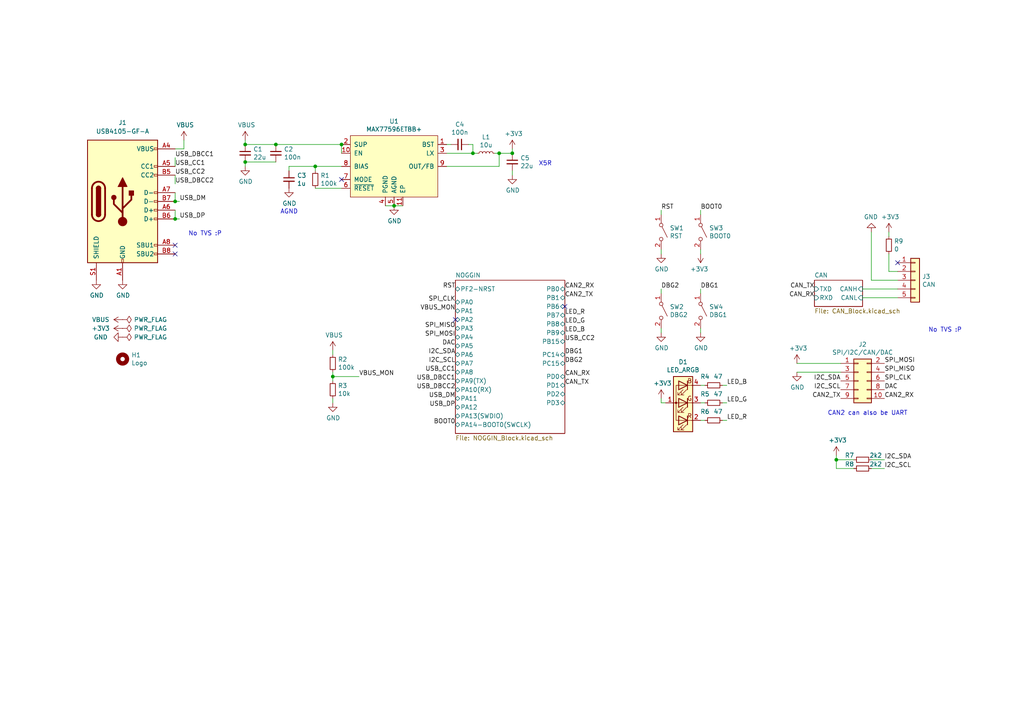
<source format=kicad_sch>
(kicad_sch (version 20230121) (generator eeschema)
  (paper "A4")
  (lib_symbols
    (symbol "Connector:USB_C_Receptacle_USB2.0" (pin_names (offset 1.016))
      (property "Reference" "J" (at -10.16 19.05 0))
      (property "Value" "USB_C_Receptacle_USB2.0" (at 19.05 19.05 0))
      (symbol "USB_C_Receptacle_USB2.0_0_0"
        (rectangle (start -0.254 -17.78) (end 0.254 -16.764))
        (rectangle (start 10.16 -14.986) (end 9.144 -15.494))
        (rectangle (start 10.16 -12.446) (end 9.144 -12.954))
        (rectangle (start 10.16 -4.826) (end 9.144 -5.334))
        (rectangle (start 10.16 -2.286) (end 9.144 -2.794))
        (rectangle (start 10.16 0.254) (end 9.144 -0.254))
        (rectangle (start 10.16 2.794) (end 9.144 2.286))
        (rectangle (start 10.16 7.874) (end 9.144 7.366))
        (rectangle (start 10.16 10.414) (end 9.144 9.906))
        (rectangle (start 10.16 15.494) (end 9.144 14.986))
      )
      (symbol "USB_C_Receptacle_USB2.0_0_1"
        (rectangle (start -10.16 17.78) (end 10.16 -17.78) (stroke (width 0.254)) (fill (type background)))
        (arc (start -8.89 -3.81) (mid -6.985 -5.7067) (end -5.08 -3.81) (stroke (width 0.508)))
        (arc (start -7.62 -3.81) (mid -6.985 -4.4423) (end -6.35 -3.81) (stroke (width 0.254)))
        (arc (start -7.62 -3.81) (mid -6.985 -4.4423) (end -6.35 -3.81) (stroke (width 0.254)) (fill (type outline)))
        (rectangle (start -7.62 -3.81) (end -6.35 3.81) (stroke (width 0.254)) (fill (type outline)))
        (arc (start -6.35 3.81) (mid -6.985 4.4423) (end -7.62 3.81) (stroke (width 0.254)))
        (arc (start -6.35 3.81) (mid -6.985 4.4423) (end -7.62 3.81) (stroke (width 0.254)) (fill (type outline)))
        (arc (start -5.08 3.81) (mid -6.985 5.7067) (end -8.89 3.81) (stroke (width 0.508)))
        (circle (center -2.54 1.143) (radius 0.635) (stroke (width 0.254)) (fill (type outline)))
        (circle (center 0 -5.842) (radius 1.27) (fill (type outline)))
        (polyline (pts (xy -8.89 -3.81) (xy -8.89 3.81)) (stroke (width 0.508)))
        (polyline (pts (xy -5.08 3.81) (xy -5.08 -3.81)) (stroke (width 0.508)))
        (polyline (pts (xy 0 -5.842) (xy 0 4.318)) (stroke (width 0.508)))
        (polyline (pts (xy 0 -3.302) (xy -2.54 -0.762) (xy -2.54 0.508)) (stroke (width 0.508)))
        (polyline (pts (xy 0 -2.032) (xy 2.54 0.508) (xy 2.54 1.778)) (stroke (width 0.508)))
        (polyline (pts (xy -1.27 4.318) (xy 0 6.858) (xy 1.27 4.318) (xy -1.27 4.318)) (stroke (width 0.254)) (fill (type outline)))
        (rectangle (start 1.905 1.778) (end 3.175 3.048) (stroke (width 0.254)) (fill (type outline)))
      )
      (symbol "USB_C_Receptacle_USB2.0_1_1"
        (pin passive line (at 0 -22.86 90) (length 5.08) (name "GND") (number "A1"))
        (pin passive line (at 0 -22.86 90) (length 5.08) hide (name "GND") (number "A12"))
        (pin passive line (at 15.24 15.24 180) (length 5.08) (name "VBUS") (number "A4"))
        (pin bidirectional line (at 15.24 10.16 180) (length 5.08) (name "CC1") (number "A5"))
        (pin bidirectional line (at 15.24 -2.54 180) (length 5.08) (name "D+") (number "A6"))
        (pin bidirectional line (at 15.24 2.54 180) (length 5.08) (name "D-") (number "A7"))
        (pin bidirectional line (at 15.24 -12.7 180) (length 5.08) (name "SBU1") (number "A8"))
        (pin passive line (at 15.24 15.24 180) (length 5.08) hide (name "VBUS") (number "A9"))
        (pin passive line (at 0 -22.86 90) (length 5.08) hide (name "GND") (number "B1"))
        (pin passive line (at 0 -22.86 90) (length 5.08) hide (name "GND") (number "B12"))
        (pin passive line (at 15.24 15.24 180) (length 5.08) hide (name "VBUS") (number "B4"))
        (pin bidirectional line (at 15.24 7.62 180) (length 5.08) (name "CC2") (number "B5"))
        (pin bidirectional line (at 15.24 -5.08 180) (length 5.08) (name "D+") (number "B6"))
        (pin bidirectional line (at 15.24 0 180) (length 5.08) (name "D-") (number "B7"))
        (pin bidirectional line (at 15.24 -15.24 180) (length 5.08) (name "SBU2") (number "B8"))
        (pin passive line (at 15.24 15.24 180) (length 5.08) hide (name "VBUS") (number "B9"))
        (pin passive line (at -7.62 -22.86 90) (length 5.08) (name "SHIELD") (number "S1"))
      )
    )
    (symbol "Connector_Generic:Conn_01x05" (pin_names (offset 1.016) hide)
      (property "Reference" "J" (at 0 7.62 0))
      (property "Value" "Conn_01x05" (at 0 -7.62 0))
      (symbol "Conn_01x05_1_1"
        (rectangle (start -1.27 -4.953) (end 0 -5.207) (stroke (width 0.1524)))
        (rectangle (start -1.27 -2.413) (end 0 -2.667) (stroke (width 0.1524)))
        (rectangle (start -1.27 0.127) (end 0 -0.127) (stroke (width 0.1524)))
        (rectangle (start -1.27 2.667) (end 0 2.413) (stroke (width 0.1524)))
        (rectangle (start -1.27 5.207) (end 0 4.953) (stroke (width 0.1524)))
        (rectangle (start -1.27 6.35) (end 1.27 -6.35) (stroke (width 0.254)) (fill (type background)))
        (pin passive line (at -5.08 5.08 0) (length 3.81) (name "Pin_1") (number "1"))
        (pin passive line (at -5.08 2.54 0) (length 3.81) (name "Pin_2") (number "2"))
        (pin passive line (at -5.08 0 0) (length 3.81) (name "Pin_3") (number "3"))
        (pin passive line (at -5.08 -2.54 0) (length 3.81) (name "Pin_4") (number "4"))
        (pin passive line (at -5.08 -5.08 0) (length 3.81) (name "Pin_5") (number "5"))
      )
    )
    (symbol "Connector_Generic:Conn_02x05_Odd_Even" (pin_names (offset 1.016) hide)
      (property "Reference" "J" (at 1.27 7.62 0))
      (property "Value" "Conn_02x05_Odd_Even" (at 1.27 -7.62 0))
      (symbol "Conn_02x05_Odd_Even_1_1"
        (rectangle (start -1.27 -4.953) (end 0 -5.207) (stroke (width 0.1524)))
        (rectangle (start -1.27 -2.413) (end 0 -2.667) (stroke (width 0.1524)))
        (rectangle (start -1.27 0.127) (end 0 -0.127) (stroke (width 0.1524)))
        (rectangle (start -1.27 2.667) (end 0 2.413) (stroke (width 0.1524)))
        (rectangle (start -1.27 5.207) (end 0 4.953) (stroke (width 0.1524)))
        (rectangle (start -1.27 6.35) (end 3.81 -6.35) (stroke (width 0.254)) (fill (type background)))
        (rectangle (start 3.81 -4.953) (end 2.54 -5.207) (stroke (width 0.1524)))
        (rectangle (start 3.81 -2.413) (end 2.54 -2.667) (stroke (width 0.1524)))
        (rectangle (start 3.81 0.127) (end 2.54 -0.127) (stroke (width 0.1524)))
        (rectangle (start 3.81 2.667) (end 2.54 2.413) (stroke (width 0.1524)))
        (rectangle (start 3.81 5.207) (end 2.54 4.953) (stroke (width 0.1524)))
        (pin passive line (at -5.08 5.08 0) (length 3.81) (name "Pin_1") (number "1"))
        (pin passive line (at 7.62 -5.08 180) (length 3.81) (name "Pin_10") (number "10"))
        (pin passive line (at 7.62 5.08 180) (length 3.81) (name "Pin_2") (number "2"))
        (pin passive line (at -5.08 2.54 0) (length 3.81) (name "Pin_3") (number "3"))
        (pin passive line (at 7.62 2.54 180) (length 3.81) (name "Pin_4") (number "4"))
        (pin passive line (at -5.08 0 0) (length 3.81) (name "Pin_5") (number "5"))
        (pin passive line (at 7.62 0 180) (length 3.81) (name "Pin_6") (number "6"))
        (pin passive line (at -5.08 -2.54 0) (length 3.81) (name "Pin_7") (number "7"))
        (pin passive line (at 7.62 -2.54 180) (length 3.81) (name "Pin_8") (number "8"))
        (pin passive line (at -5.08 -5.08 0) (length 3.81) (name "Pin_9") (number "9"))
      )
    )
    (symbol "Device:C_Small" (pin_numbers hide) (pin_names (offset 0.254) hide)
      (property "Reference" "C" (at 0.254 1.778 0))
      (property "Value" "C_Small" (at 0.254 -2.032 0))
      (symbol "C_Small_0_1"
        (polyline (pts (xy -1.524 -0.508) (xy 1.524 -0.508)) (stroke (width 0.3302)))
        (polyline (pts (xy -1.524 0.508) (xy 1.524 0.508)) (stroke (width 0.3048)))
      )
      (symbol "C_Small_1_1"
        (pin passive line (at 0 2.54 270) (length 2.032) (name "~") (number "1"))
        (pin passive line (at 0 -2.54 90) (length 2.032) (name "~") (number "2"))
      )
    )
    (symbol "Device:LED_ARGB" (pin_names (offset 0) hide)
      (property "Reference" "D" (at 0 9.398 0))
      (property "Value" "LED_ARGB" (at 0 -8.89 0))
      (symbol "LED_ARGB_0_0"
        (text "B" (at -1.905 -6.35 0) (effects (font (size 1.27 1.27))))
        (text "G" (at -1.905 -1.27 0) (effects (font (size 1.27 1.27))))
        (text "R" (at -1.905 3.81 0) (effects (font (size 1.27 1.27))))
      )
      (symbol "LED_ARGB_0_1"
        (polyline (pts (xy -1.27 -5.08) (xy -2.54 -5.08)))
        (polyline (pts (xy -1.27 -5.08) (xy 1.27 -5.08)))
        (polyline (pts (xy -1.27 -3.81) (xy -1.27 -6.35)) (stroke (width 0.254)))
        (polyline (pts (xy -1.27 0) (xy -2.54 0)))
        (polyline (pts (xy -1.27 1.27) (xy -1.27 -1.27)) (stroke (width 0.254)))
        (polyline (pts (xy -1.27 5.08) (xy -2.54 5.08)))
        (polyline (pts (xy -1.27 5.08) (xy 1.27 5.08)))
        (polyline (pts (xy -1.27 6.35) (xy -1.27 3.81)) (stroke (width 0.254)))
        (polyline (pts (xy 1.27 0) (xy -1.27 0)))
        (polyline (pts (xy 1.27 0) (xy 2.54 0)))
        (polyline (pts (xy -1.27 1.27) (xy -1.27 -1.27) (xy -1.27 -1.27)))
        (polyline (pts (xy -1.27 6.35) (xy -1.27 3.81) (xy -1.27 3.81)))
        (polyline (pts (xy 1.27 -5.08) (xy 2.032 -5.08) (xy 2.032 5.08) (xy 1.27 5.08)))
        (polyline (pts (xy 1.27 -3.81) (xy 1.27 -6.35) (xy -1.27 -5.08) (xy 1.27 -3.81)) (stroke (width 0.254)))
        (polyline (pts (xy 1.27 1.27) (xy 1.27 -1.27) (xy -1.27 0) (xy 1.27 1.27)) (stroke (width 0.254)))
        (polyline (pts (xy 1.27 6.35) (xy 1.27 3.81) (xy -1.27 5.08) (xy 1.27 6.35)) (stroke (width 0.254)))
        (polyline (pts (xy -1.016 -3.81) (xy 0.508 -2.286) (xy -0.254 -2.286) (xy 0.508 -2.286) (xy 0.508 -3.048)))
        (polyline (pts (xy -1.016 1.27) (xy 0.508 2.794) (xy -0.254 2.794) (xy 0.508 2.794) (xy 0.508 2.032)))
        (polyline (pts (xy -1.016 6.35) (xy 0.508 7.874) (xy -0.254 7.874) (xy 0.508 7.874) (xy 0.508 7.112)))
        (polyline (pts (xy 0 -3.81) (xy 1.524 -2.286) (xy 0.762 -2.286) (xy 1.524 -2.286) (xy 1.524 -3.048)))
        (polyline (pts (xy 0 1.27) (xy 1.524 2.794) (xy 0.762 2.794) (xy 1.524 2.794) (xy 1.524 2.032)))
        (polyline (pts (xy 0 6.35) (xy 1.524 7.874) (xy 0.762 7.874) (xy 1.524 7.874) (xy 1.524 7.112)))
        (rectangle (start 1.27 -1.27) (end 1.27 1.27))
        (rectangle (start 1.27 1.27) (end 1.27 1.27))
        (rectangle (start 1.27 3.81) (end 1.27 6.35))
        (rectangle (start 1.27 6.35) (end 1.27 6.35))
        (circle (center 2.032 0) (radius 0.254) (fill (type outline)))
        (rectangle (start 2.794 8.382) (end -2.794 -7.62) (stroke (width 0.254)) (fill (type background)))
      )
      (symbol "LED_ARGB_1_1"
        (pin passive line (at 5.08 0 180) (length 2.54) (name "A") (number "1"))
        (pin passive line (at -5.08 5.08 0) (length 2.54) (name "RK") (number "2"))
        (pin passive line (at -5.08 0 0) (length 2.54) (name "GK") (number "3"))
        (pin passive line (at -5.08 -5.08 0) (length 2.54) (name "BK") (number "4"))
      )
    )
    (symbol "Device:L_Small" (pin_numbers hide) (pin_names (offset 0.254) hide)
      (property "Reference" "L" (at 0.762 1.016 0))
      (property "Value" "L_Small" (at 0.762 -1.016 0))
      (symbol "L_Small_0_1"
        (arc (start 0 -2.032) (mid 0.5058 -1.524) (end 0 -1.016))
        (arc (start 0 -1.016) (mid 0.5058 -0.508) (end 0 0))
        (arc (start 0 0) (mid 0.5058 0.508) (end 0 1.016))
        (arc (start 0 1.016) (mid 0.5058 1.524) (end 0 2.032))
      )
      (symbol "L_Small_1_1"
        (pin passive line (at 0 2.54 270) (length 0.508) (name "~") (number "1"))
        (pin passive line (at 0 -2.54 90) (length 0.508) (name "~") (number "2"))
      )
    )
    (symbol "Device:R_Small" (pin_numbers hide) (pin_names (offset 0.254) hide)
      (property "Reference" "R" (at 0.762 0.508 0))
      (property "Value" "R_Small" (at 0.762 -1.016 0))
      (symbol "R_Small_0_1"
        (rectangle (start -0.762 1.778) (end 0.762 -1.778) (stroke (width 0.2032)))
      )
      (symbol "R_Small_1_1"
        (pin passive line (at 0 2.54 270) (length 0.762) (name "~") (number "1"))
        (pin passive line (at 0 -2.54 90) (length 0.762) (name "~") (number "2"))
      )
    )
    (symbol "Mechanical:MountingHole" (pin_names (offset 1.016))
      (property "Reference" "H" (at 0 5.08 0))
      (property "Value" "MountingHole" (at 0 3.175 0))
      (symbol "MountingHole_0_1"
        (circle (center 0 0) (radius 1.27) (stroke (width 1.27)))
      )
    )
    (symbol "Switch:SW_SPST" (pin_names (offset 0) hide)
      (property "Reference" "SW" (at 0 3.175 0))
      (property "Value" "SW_SPST" (at 0 -2.54 0))
      (symbol "SW_SPST_0_0"
        (circle (center -2.032 0) (radius 0.508))
        (polyline (pts (xy -1.524 0.254) (xy 1.524 1.778)))
        (circle (center 2.032 0) (radius 0.508))
      )
      (symbol "SW_SPST_1_1"
        (pin passive line (at -5.08 0 0) (length 2.54) (name "A") (number "1"))
        (pin passive line (at 5.08 0 180) (length 2.54) (name "B") (number "2"))
      )
    )
    (symbol "extraparts:MAX77596ETBB+" (pin_names (offset 1.016))
      (property "Reference" "U" (at 0 12.7 0))
      (property "Value" "MAX77596ETBB+" (at 0 10.16 0))
      (symbol "MAX77596ETBB+_0_1"
        (rectangle (start -12.7 8.89) (end 12.7 -8.89) (fill (type background)))
      )
      (symbol "MAX77596ETBB+_1_1"
        (pin bidirectional line (at 15.24 6.35 180) (length 2.54) (name "BST") (number "1"))
        (pin input line (at -15.24 3.81 0) (length 2.54) (name "EN") (number "10"))
        (pin power_in line (at 2.54 -11.43 90) (length 2.54) (name "EP") (number "11"))
        (pin power_in line (at -15.24 6.35 0) (length 2.54) (name "SUP") (number "2"))
        (pin output line (at 15.24 3.81 180) (length 2.54) (name "LX") (number "3"))
        (pin power_in line (at -2.54 -11.43 90) (length 2.54) (name "PGND") (number "4"))
        (pin power_in line (at 0 -11.43 90) (length 2.54) (name "AGND") (number "5"))
        (pin input line (at -15.24 -6.35 0) (length 2.54) (name "~{RESET}") (number "6"))
        (pin input line (at -15.24 -3.81 0) (length 2.54) (name "MODE") (number "7"))
        (pin power_out line (at -15.24 0 0) (length 2.54) (name "BIAS") (number "8"))
        (pin input line (at 15.24 0 180) (length 2.54) (name "OUT/FB") (number "9"))
      )
    )
    (symbol "power:+3V3" (power) (pin_names (offset 0))
      (property "Value" "+3V3" (at 0 3.556 0))
      (symbol "+3V3_0_1"
        (polyline (pts (xy -0.762 1.27) (xy 0 2.54)))
        (polyline (pts (xy 0 0) (xy 0 2.54)))
        (polyline (pts (xy 0 2.54) (xy 0.762 1.27)))
      )
      (symbol "+3V3_1_1"
        (pin power_in line (at 0 0 90) (length 0) hide (name "+3V3") (number "1"))
      )
    )
    (symbol "power:GND" (power) (pin_names (offset 0))
      (property "Value" "GND" (at 0 -3.81 0))
      (symbol "GND_0_1"
        (polyline (pts (xy 0 0) (xy 0 -1.27) (xy 1.27 -1.27) (xy 0 -2.54) (xy -1.27 -1.27) (xy 0 -1.27)))
      )
      (symbol "GND_1_1"
        (pin power_in line (at 0 0 270) (length 0) hide (name "GND") (number "1"))
      )
    )
    (symbol "power:PWR_FLAG" (power) (pin_numbers hide) (pin_names (offset 0) hide)
      (property "Value" "PWR_FLAG" (at 0 3.81 0))
      (symbol "PWR_FLAG_0_0"
        (pin power_out line (at 0 0 90) (length 0) (name "pwr") (number "1"))
      )
      (symbol "PWR_FLAG_0_1"
        (polyline (pts (xy 0 0) (xy 0 1.27) (xy -1.016 1.905) (xy 0 2.54) (xy 1.016 1.905) (xy 0 1.27)))
      )
    )
    (symbol "power:VBUS" (power) (pin_names (offset 0))
      (property "Value" "VBUS" (at 0 3.81 0))
      (symbol "VBUS_0_1"
        (polyline (pts (xy -0.762 1.27) (xy 0 2.54)))
        (polyline (pts (xy 0 0) (xy 0 2.54)))
        (polyline (pts (xy 0 2.54) (xy 0.762 1.27)))
      )
      (symbol "VBUS_1_1"
        (pin power_in line (at 0 0 90) (length 0) hide (name "VBUS") (number "1"))
      )
    )
  )
  (junction (at 96.52 109.22))
  (junction (at 114.3 59.69))
  (junction (at 50.8 63.5))
  (junction (at 137.16 44.45))
  (junction (at 242.57 133.35))
  (junction (at 71.12 41.91))
  (junction (at 148.59 44.45))
  (junction (at 91.44 48.26))
  (junction (at 50.8 58.42))
  (junction (at 99.06 41.91))
  (junction (at 80.01 41.91))
  (junction (at 144.78 44.45))
  (junction (at 71.12 46.99))
  (no_connect (at 99.06 52.07))
  (no_connect (at 260.35 76.2))
  (no_connect (at 163.83 88.9))
  (no_connect (at 50.8 73.66))
  (no_connect (at 50.8 71.12))
  (no_connect (at 132.08 92.71))
  (wire (pts (xy 256.54 135.89) (xy 252.73 135.89)))
  (wire (pts (xy 137.16 44.45) (xy 129.54 44.45)))
  (wire (pts (xy 96.52 101.6) (xy 96.52 102.87)))
  (wire (pts (xy 191.77 73.66) (xy 191.77 72.39)))
  (wire (pts (xy 50.8 60.96) (xy 50.8 63.5)))
  (wire (pts (xy 111.76 59.69) (xy 114.3 59.69)))
  (wire (pts (xy 247.65 133.35) (xy 242.57 133.35)))
  (wire (pts (xy 137.16 44.45) (xy 138.43 44.45)))
  (wire (pts (xy 242.57 133.35) (xy 242.57 135.89)))
  (wire (pts (xy 99.06 41.91) (xy 99.06 44.45)))
  (wire (pts (xy 242.57 135.89) (xy 247.65 135.89)))
  (wire (pts (xy 99.06 48.26) (xy 91.44 48.26)))
  (wire (pts (xy 50.8 48.26) (xy 50.8 45.72)))
  (wire (pts (xy 203.2 121.92) (xy 204.47 121.92)))
  (wire (pts (xy 143.51 44.45) (xy 144.78 44.45)))
  (wire (pts (xy 71.12 41.91) (xy 80.01 41.91)))
  (wire (pts (xy 71.12 40.64) (xy 71.12 41.91)))
  (wire (pts (xy 203.2 73.66) (xy 203.2 72.39)))
  (wire (pts (xy 148.59 50.8) (xy 148.59 49.53)))
  (wire (pts (xy 129.54 41.91) (xy 130.81 41.91)))
  (wire (pts (xy 104.14 109.22) (xy 96.52 109.22)))
  (wire (pts (xy 52.07 58.42) (xy 50.8 58.42)))
  (wire (pts (xy 209.55 116.84) (xy 210.82 116.84)))
  (wire (pts (xy 144.78 44.45) (xy 144.78 48.26)))
  (wire (pts (xy 80.01 41.91) (xy 99.06 41.91)))
  (wire (pts (xy 50.8 53.34) (xy 50.8 50.8)))
  (wire (pts (xy 91.44 48.26) (xy 83.82 48.26)))
  (wire (pts (xy 137.16 41.91) (xy 137.16 44.45)))
  (wire (pts (xy 191.77 60.96) (xy 191.77 62.23)))
  (wire (pts (xy 96.52 107.95) (xy 96.52 109.22)))
  (wire (pts (xy 96.52 116.84) (xy 96.52 115.57)))
  (wire (pts (xy 96.52 109.22) (xy 96.52 110.49)))
  (wire (pts (xy 144.78 48.26) (xy 129.54 48.26)))
  (wire (pts (xy 144.78 44.45) (xy 148.59 44.45)))
  (wire (pts (xy 99.06 54.61) (xy 91.44 54.61)))
  (wire (pts (xy 83.82 48.26) (xy 83.82 49.53)))
  (wire (pts (xy 148.59 43.18) (xy 148.59 44.45)))
  (wire (pts (xy 209.55 111.76) (xy 210.82 111.76)))
  (wire (pts (xy 52.07 63.5) (xy 50.8 63.5)))
  (wire (pts (xy 243.84 105.41) (xy 231.14 105.41)))
  (wire (pts (xy 53.34 43.18) (xy 53.34 40.64)))
  (wire (pts (xy 80.01 46.99) (xy 71.12 46.99)))
  (wire (pts (xy 203.2 60.96) (xy 203.2 62.23)))
  (wire (pts (xy 71.12 48.26) (xy 71.12 46.99)))
  (wire (pts (xy 260.35 86.36) (xy 250.19 86.36)))
  (wire (pts (xy 242.57 133.35) (xy 242.57 132.08)))
  (wire (pts (xy 203.2 96.52) (xy 203.2 95.25)))
  (wire (pts (xy 203.2 116.84) (xy 204.47 116.84)))
  (wire (pts (xy 191.77 96.52) (xy 191.77 95.25)))
  (wire (pts (xy 257.81 78.74) (xy 260.35 78.74)))
  (wire (pts (xy 191.77 83.82) (xy 191.77 85.09)))
  (wire (pts (xy 257.81 67.31) (xy 257.81 68.58)))
  (wire (pts (xy 257.81 73.66) (xy 257.81 78.74)))
  (wire (pts (xy 191.77 115.57) (xy 191.77 116.84)))
  (wire (pts (xy 203.2 111.76) (xy 204.47 111.76)))
  (wire (pts (xy 243.84 107.95) (xy 231.14 107.95)))
  (wire (pts (xy 135.89 41.91) (xy 137.16 41.91)))
  (wire (pts (xy 260.35 83.82) (xy 250.19 83.82)))
  (wire (pts (xy 91.44 49.53) (xy 91.44 48.26)))
  (wire (pts (xy 114.3 59.69) (xy 116.84 59.69)))
  (wire (pts (xy 191.77 116.84) (xy 193.04 116.84)))
  (wire (pts (xy 252.73 67.31) (xy 252.73 81.28)))
  (wire (pts (xy 252.73 81.28) (xy 260.35 81.28)))
  (wire (pts (xy 203.2 83.82) (xy 203.2 85.09)))
  (wire (pts (xy 50.8 43.18) (xy 53.34 43.18)))
  (wire (pts (xy 50.8 55.88) (xy 50.8 58.42)))
  (wire (pts (xy 209.55 121.92) (xy 210.82 121.92)))
  (wire (pts (xy 252.73 133.35) (xy 256.54 133.35)))
  (text "X5R" (at 156.21 48.26 0) (effects (font (size 1.27 1.27)) (justify left bottom)))
  (text "CAN2 can also be UART" (at 240.03 120.65 0) (effects (font (size 1.27 1.27)) (justify left bottom)))
  (text "No TVS :P" (at 269.24 96.52 0) (effects (font (size 1.27 1.27)) (justify left bottom)))
  (text "No TVS :P" (at 54.61 68.58 0) (effects (font (size 1.27 1.27)) (justify left bottom)))
  (text "AGND" (at 81.28 62.23 0) (effects (font (size 1.27 1.27)) (justify left bottom)))
  (label "SPI_MISO" (at 132.08 95.25 180))
  (label "USB_DBCC1" (at 132.08 110.49 180))
  (label "SPI_MOSI" (at 256.54 105.41 0))
  (label "DBG2" (at 163.83 105.41 0))
  (label "USB_CC2" (at 50.8 50.8 0))
  (label "I2C_SCL" (at 132.08 105.41 180))
  (label "I2C_SDA" (at 132.08 102.87 180))
  (label "BOOT0" (at 203.2 60.96 0))
  (label "USB_DBCC1" (at 50.8 45.72 0))
  (label "CAN2_RX" (at 163.83 83.82 0))
  (label "LED_R" (at 163.83 91.44 0))
  (label "DBG1" (at 163.83 102.87 0))
  (label "DBG1" (at 203.2 83.82 0))
  (label "USB_CC1" (at 132.08 107.95 180))
  (label "CAN_TX" (at 236.22 83.82 180))
  (label "I2C_SCL" (at 256.54 135.89 0))
  (label "SPI_MISO" (at 256.54 107.95 0))
  (label "DAC" (at 256.54 113.03 0))
  (label "USB_DBCC2" (at 50.8 53.34 0))
  (label "LED_G" (at 210.82 116.84 0))
  (label "LED_B" (at 163.83 96.52 0))
  (label "USB_DM" (at 132.08 115.57 180))
  (label "CAN2_TX" (at 243.84 115.57 180))
  (label "CAN_RX" (at 236.22 86.36 180))
  (label "VBUS_MON" (at 104.14 109.22 0))
  (label "I2C_SDA" (at 256.54 133.35 0))
  (label "LED_R" (at 210.82 121.92 0))
  (label "USB_DP" (at 132.08 118.11 180))
  (label "DBG2" (at 191.77 83.82 0))
  (label "USB_CC2" (at 163.83 99.06 0))
  (label "LED_B" (at 210.82 111.76 0))
  (label "LED_G" (at 163.83 93.98 0))
  (label "I2C_SCL" (at 243.84 113.03 180))
  (label "DAC" (at 132.08 100.33 180))
  (label "USB_CC1" (at 50.8 48.26 0))
  (label "USB_DP" (at 52.07 63.5 0))
  (label "I2C_SDA" (at 243.84 110.49 180))
  (label "SPI_MOSI" (at 132.08 97.79 180))
  (label "RST" (at 132.08 83.82 180))
  (label "CAN2_RX" (at 256.54 115.57 0))
  (label "CAN_TX" (at 163.83 111.76 0))
  (label "VBUS_MON" (at 132.08 90.17 180))
  (label "USB_DM" (at 52.07 58.42 0))
  (label "BOOT0" (at 132.08 123.19 180))
  (label "CAN2_TX" (at 163.83 86.36 0))
  (label "RST" (at 191.77 60.96 0))
  (label "USB_DBCC2" (at 132.08 113.03 180))
  (label "SPI_CLK" (at 256.54 110.49 0))
  (label "CAN_RX" (at 163.83 109.22 0))
  (label "SPI_CLK" (at 132.08 87.63 180))
  (symbol (lib_id "Switch:SW_SPST") (at 191.77 90.17 270) (unit 1)
    (property "Reference" "SW2" (at 194.2592 89.0016 90) (effects (justify left)))
    (property "Value" "DBG2" (at 194.2592 91.313 90) (effects (justify left)))
    (property "Footprint" "Button_Switch_SMD:SW_SPST_PTS810" (effects hide))
  )
  (symbol (lib_id "power:GND") (at 191.77 96.52 0) (unit 1)
    (property "Reference" "#PWR013" (effects hide))
    (property "Value" "GND" (at 191.897 100.9142 0))
  )
  (symbol (lib_id "Device:LED_ARGB") (at 198.12 116.84 180) (unit 1)
    (property "Reference" "D1" (at 198.12 104.9782 0))
    (property "Value" "LED_ARGB" (at 198.12 107.2896 0))
    (property "Footprint" "LED_SMD:LED_Cree-PLCC4_2x2mm_CW" (effects hide))
  )
  (symbol (lib_id "Device:R_Small") (at 207.01 111.76 270) (unit 1)
    (property "Reference" "R4" (at 204.47 109.22 90))
    (property "Value" "47" (at 208.28 109.22 90))
    (property "Footprint" "Resistor_SMD:R_0603_1608Metric" (effects hide))
  )
  (symbol (lib_id "Device:R_Small") (at 207.01 116.84 270) (unit 1)
    (property "Reference" "R5" (at 204.47 114.3 90))
    (property "Value" "47" (at 208.28 114.3 90))
    (property "Footprint" "Resistor_SMD:R_0603_1608Metric" (effects hide))
  )
  (symbol (lib_id "Device:R_Small") (at 207.01 121.92 270) (unit 1)
    (property "Reference" "R6" (at 204.47 119.38 90))
    (property "Value" "47" (at 208.28 119.38 90))
    (property "Footprint" "Resistor_SMD:R_0603_1608Metric" (effects hide))
  )
  (symbol (lib_id "power:+3V3") (at 191.77 115.57 0) (unit 1)
    (property "Reference" "#PWR014" (effects hide))
    (property "Value" "+3V3" (at 192.151 111.1758 0))
  )
  (symbol (lib_id "Connector_Generic:Conn_01x05") (at 265.43 81.28 0) (unit 1)
    (property "Reference" "J3" (at 267.462 80.2132 0) (effects (justify left)))
    (property "Value" "CAN" (at 267.462 82.5246 0) (effects (justify left)))
    (property "Footprint" "extraparts:Molex_DuraClik_RH_5pin" (effects hide))
  )
  (symbol (lib_id "power:GND") (at 252.73 67.31 180) (unit 1)
    (property "Reference" "#PWR020" (effects hide))
    (property "Value" "GND" (at 252.603 62.9158 0))
  )
  (symbol (lib_id "Switch:SW_SPST") (at 203.2 90.17 270) (unit 1)
    (property "Reference" "SW4" (at 205.6892 89.0016 90) (effects (justify left)))
    (property "Value" "DBG1" (at 205.6892 91.313 90) (effects (justify left)))
    (property "Footprint" "Button_Switch_SMD:SW_SPST_PTS810" (effects hide))
  )
  (symbol (lib_id "power:GND") (at 203.2 96.52 0) (unit 1)
    (property "Reference" "#PWR016" (effects hide))
    (property "Value" "GND" (at 203.327 100.9142 0))
  )
  (symbol (lib_id "Switch:SW_SPST") (at 191.77 67.31 270) (unit 1)
    (property "Reference" "SW1" (at 194.2592 66.1416 90) (effects (justify left)))
    (property "Value" "RST" (at 194.2592 68.453 90) (effects (justify left)))
    (property "Footprint" "Button_Switch_SMD:SW_SPST_PTS810" (effects hide))
  )
  (symbol (lib_id "power:GND") (at 191.77 73.66 0) (unit 1)
    (property "Reference" "#PWR012" (effects hide))
    (property "Value" "GND" (at 191.897 78.0542 0))
  )
  (symbol (lib_id "power:+3V3") (at 257.81 67.31 0) (unit 1)
    (property "Reference" "#PWR021" (effects hide))
    (property "Value" "+3V3" (at 258.191 62.9158 0))
  )
  (symbol (lib_id "Switch:SW_SPST") (at 203.2 67.31 270) (unit 1)
    (property "Reference" "SW3" (at 205.6892 66.1416 90) (effects (justify left)))
    (property "Value" "BOOT0" (at 205.6892 68.453 90) (effects (justify left)))
    (property "Footprint" "Button_Switch_SMD:SW_SPST_PTS810" (effects hide))
  )
  (symbol (lib_id "power:+3V3") (at 203.2 73.66 180) (unit 1)
    (property "Reference" "#PWR015" (effects hide))
    (property "Value" "+3V3" (at 202.819 78.0542 0))
  )
  (symbol (lib_id "Device:R_Small") (at 257.81 71.12 0) (unit 1)
    (property "Reference" "R9" (at 259.3086 69.9516 0) (effects (justify left)))
    (property "Value" "0" (at 259.3086 72.263 0) (effects (justify left)))
    (property "Footprint" "Resistor_SMD:R_0603_1608Metric" (effects hide))
  )
  (symbol (lib_id "Connector_Generic:Conn_02x05_Odd_Even") (at 248.92 110.49 0) (unit 1)
    (property "Reference" "J2" (at 250.19 99.8982 0))
    (property "Value" "SPI/I2C/CAN/DAC" (at 250.19 102.2096 0))
    (property "Footprint" "Connector_PinHeader_1.27mm:PinHeader_2x05_P1.27mm_Vertical_SMD" (effects hide))
  )
  (symbol (lib_id "power:+3V3") (at 231.14 105.41 0) (unit 1)
    (property "Reference" "#PWR017" (effects hide))
    (property "Value" "+3V3" (at 231.521 101.0158 0))
  )
  (symbol (lib_id "power:GND") (at 231.14 107.95 0) (unit 1)
    (property "Reference" "#PWR018" (effects hide))
    (property "Value" "GND" (at 231.267 112.3442 0))
  )
  (symbol (lib_id "power:+3V3") (at 242.57 132.08 0) (unit 1)
    (property "Reference" "#PWR019" (effects hide))
    (property "Value" "+3V3" (at 242.951 127.6858 0))
  )
  (symbol (lib_id "Device:R_Small") (at 250.19 133.35 270) (unit 1)
    (property "Reference" "R7" (at 246.38 132.08 90))
    (property "Value" "2k2" (at 254 132.08 90))
    (property "Footprint" "Resistor_SMD:R_0603_1608Metric" (effects hide))
  )
  (symbol (lib_id "Device:R_Small") (at 250.19 135.89 270) (unit 1)
    (property "Reference" "R8" (at 246.38 134.62 90))
    (property "Value" "2k2" (at 254 134.62 90))
    (property "Footprint" "Resistor_SMD:R_0603_1608Metric" (effects hide))
  )
  (symbol (lib_id "Device:R_Small") (at 96.52 105.41 0) (unit 1)
    (property "Reference" "R2" (at 98.0186 104.2416 0) (effects (justify left)))
    (property "Value" "100k" (at 98.0186 106.553 0) (effects (justify left)))
    (property "Footprint" "Resistor_SMD:R_0603_1608Metric" (effects hide))
  )
  (symbol (lib_id "Device:R_Small") (at 96.52 113.03 0) (unit 1)
    (property "Reference" "R3" (at 98.0186 111.8616 0) (effects (justify left)))
    (property "Value" "10k" (at 98.0186 114.173 0) (effects (justify left)))
    (property "Footprint" "Resistor_SMD:R_0603_1608Metric" (effects hide))
  )
  (symbol (lib_id "power:GND") (at 96.52 116.84 0) (unit 1)
    (property "Reference" "#PWR08" (effects hide))
    (property "Value" "GND" (at 96.647 121.2342 0))
  )
  (symbol (lib_id "power:VBUS") (at 96.52 101.6 0) (unit 1)
    (property "Reference" "#PWR07" (effects hide))
    (property "Value" "VBUS" (at 96.901 97.2058 0))
  )
  (symbol (lib_id "Connector:USB_C_Receptacle_USB2.0") (at 35.56 58.42 0) (unit 1)
    (property "Reference" "J1" (at 35.56 35.56 0))
    (property "Value" "USB4105-GF-A" (at 35.56 38.1 0))
    (property "Footprint" "Connector_USB:USB_C_Receptacle_Palconn_UTC16-G" (effects hide))
    (property "Datasheet" "https://www.usb.org/sites/default/files/documents/usb_type-c.zip" (effects hide))
  )
  (symbol (lib_id "power:GND") (at 27.94 81.28 0) (unit 1)
    (property "Reference" "#PWR01" (effects hide))
    (property "Value" "GND" (at 28.067 85.6742 0))
  )
  (symbol (lib_id "power:GND") (at 35.56 81.28 0) (unit 1)
    (property "Reference" "#PWR02" (effects hide))
    (property "Value" "GND" (at 35.687 85.6742 0))
  )
  (symbol (lib_id "power:VBUS") (at 53.34 40.64 0) (unit 1)
    (property "Reference" "#PWR03" (effects hide))
    (property "Value" "VBUS" (at 53.721 36.2458 0))
  )
  (symbol (lib_id "extraparts:MAX77596ETBB+") (at 114.3 48.26 0) (unit 1)
    (property "Reference" "U1" (at 114.3 35.179 0))
    (property "Value" "MAX77596ETBB+" (at 114.3 37.4904 0))
    (property "Footprint" "extraparts:MAX77596ETBB+" (effects hide))
  )
  (symbol (lib_id "Device:C_Small") (at 71.12 44.45 0) (unit 1)
    (property "Reference" "C1" (at 73.4568 43.2816 0) (effects (justify left)))
    (property "Value" "22u" (at 73.4568 45.593 0) (effects (justify left)))
    (property "Footprint" "Capacitor_SMD:C_0805_2012Metric" (effects hide))
  )
  (symbol (lib_id "Device:C_Small") (at 80.01 44.45 0) (unit 1)
    (property "Reference" "C2" (at 82.3468 43.2816 0) (effects (justify left)))
    (property "Value" "100n" (at 82.3468 45.593 0) (effects (justify left)))
    (property "Footprint" "Capacitor_SMD:C_0603_1608Metric" (effects hide))
  )
  (symbol (lib_id "power:VBUS") (at 71.12 40.64 0) (unit 1)
    (property "Reference" "#PWR04" (effects hide))
    (property "Value" "VBUS" (at 71.501 36.2458 0))
  )
  (symbol (lib_id "power:GND") (at 114.3 59.69 0) (unit 1)
    (property "Reference" "#PWR09" (effects hide))
    (property "Value" "GND" (at 114.427 64.0842 0))
  )
  (symbol (lib_id "power:GND") (at 71.12 48.26 0) (unit 1)
    (property "Reference" "#PWR05" (effects hide))
    (property "Value" "GND" (at 71.247 52.6542 0))
  )
  (symbol (lib_id "Device:L_Small") (at 140.97 44.45 90) (unit 1)
    (property "Reference" "L1" (at 140.97 39.751 90))
    (property "Value" "10u" (at 140.97 42.0624 90))
    (property "Footprint" "Inductor_SMD:L_1210_3225Metric" (effects hide))
  )
  (symbol (lib_id "Device:C_Small") (at 133.35 41.91 270) (unit 1)
    (property "Reference" "C4" (at 133.35 36.0934 90))
    (property "Value" "100n" (at 133.35 38.4048 90))
    (property "Footprint" "Capacitor_SMD:C_0603_1608Metric" (effects hide))
  )
  (symbol (lib_id "Device:C_Small") (at 148.59 46.99 0) (unit 1)
    (property "Reference" "C5" (at 150.9268 45.8216 0) (effects (justify left)))
    (property "Value" "22u" (at 150.9268 48.133 0) (effects (justify left)))
    (property "Footprint" "Capacitor_SMD:C_0805_2012Metric" (effects hide))
  )
  (symbol (lib_id "Device:C_Small") (at 83.82 52.07 0) (unit 1)
    (property "Reference" "C3" (at 86.1568 50.9016 0) (effects (justify left)))
    (property "Value" "1u" (at 86.1568 53.213 0) (effects (justify left)))
    (property "Footprint" "Capacitor_SMD:C_0603_1608Metric" (effects hide))
  )
  (symbol (lib_id "Device:R_Small") (at 91.44 52.07 0) (unit 1)
    (property "Reference" "R1" (at 92.9386 50.9016 0) (effects (justify left)))
    (property "Value" "100k" (at 92.9386 53.213 0) (effects (justify left)))
    (property "Footprint" "Resistor_SMD:R_0603_1608Metric" (effects hide))
  )
  (symbol (lib_id "power:GND") (at 83.82 54.61 0) (unit 1)
    (property "Reference" "#PWR06" (effects hide))
    (property "Value" "GND" (at 83.947 59.0042 0))
  )
  (symbol (lib_id "power:+3V3") (at 148.59 43.18 0) (unit 1)
    (property "Reference" "#PWR010" (effects hide))
    (property "Value" "+3V3" (at 148.971 38.7858 0))
  )
  (symbol (lib_id "power:GND") (at 148.59 50.8 0) (unit 1)
    (property "Reference" "#PWR011" (effects hide))
    (property "Value" "GND" (at 148.717 55.1942 0))
  )
  (symbol (lib_id "power:PWR_FLAG") (at 35.56 95.25 270) (unit 1)
    (property "Reference" "#FLG0101" (effects hide))
    (property "Value" "PWR_FLAG" (at 38.8112 95.25 90) (effects (justify left)))
  )
  (symbol (lib_id "power:GND") (at 35.56 97.79 270) (unit 1)
    (property "Reference" "#PWR0101" (effects hide))
    (property "Value" "GND" (at 29.21 97.79 90))
  )
  (symbol (lib_id "power:VBUS") (at 35.56 92.71 90) (unit 1)
    (property "Reference" "#PWR0102" (effects hide))
    (property "Value" "VBUS" (at 29.21 92.71 90))
  )
  (symbol (lib_id "power:+3V3") (at 35.56 95.25 90) (unit 1)
    (property "Reference" "#PWR0103" (effects hide))
    (property "Value" "+3V3" (at 29.21 95.25 90))
  )
  (symbol (lib_id "power:PWR_FLAG") (at 35.56 92.71 270) (unit 1)
    (property "Reference" "#FLG0102" (effects hide))
    (property "Value" "PWR_FLAG" (at 38.8112 92.71 90) (effects (justify left)))
  )
  (symbol (lib_id "power:PWR_FLAG") (at 35.56 97.79 270) (unit 1)
    (property "Reference" "#FLG0103" (effects hide))
    (property "Value" "PWR_FLAG" (at 38.8112 97.79 90) (effects (justify left)))
  )
  (symbol (lib_id "Mechanical:MountingHole") (at 35.56 104.14 0) (unit 1)
    (property "Reference" "H1" (at 38.1 102.9716 0) (effects (justify left)))
    (property "Value" "Logo" (at 38.1 105.283 0) (effects (justify left)))
    (property "Footprint" "extraparts:auv_logo" (effects hide))
  )
  (sheet (at 236.22 81.28) (size 13.97 7.62)
    (property "Sheetname" "CAN" (at 236.22 80.5684 0) (effects (justify left bottom)))
    (property "Sheetfile" "CAN_Block.kicad_sch" (at 236.22 89.4846 0) (effects (justify left top)))
    (pin "TXD" input (at 236.22 83.82 180))
    (pin "RXD" input (at 236.22 86.36 180))
    (pin "CANH" input (at 250.19 83.82 0))
    (pin "CANL" input (at 250.19 86.36 0))
  )
  (sheet (at 132.08 81.28) (size 31.75 44.45)
    (property "Sheetname" "NOGGIN" (at 132.08 80.5684 0) (effects (justify left bottom)))
    (property "Sheetfile" "NOGGIN_Block.kicad_sch" (at 132.08 126.3146 0) (effects (justify left top)))
    (pin "PA0" bidirectional (at 132.08 87.63 180))
    (pin "PA1" bidirectional (at 132.08 90.17 180))
    (pin "PA2" bidirectional (at 132.08 92.71 180))
    (pin "PF2-NRST" bidirectional (at 132.08 83.82 180))
    (pin "PA3" bidirectional (at 132.08 95.25 180))
    (pin "PA4" bidirectional (at 132.08 97.79 180))
    (pin "PA5" bidirectional (at 132.08 100.33 180))
    (pin "PA6" bidirectional (at 132.08 102.87 180))
    (pin "PA7" bidirectional (at 132.08 105.41 180))
    (pin "PB0" bidirectional (at 163.83 83.82 0))
    (pin "PB1" bidirectional (at 163.83 86.36 0))
    (pin "PB6" bidirectional (at 163.83 88.9 0))
    (pin "PB7" bidirectional (at 163.83 91.44 0))
    (pin "PB8" bidirectional (at 163.83 93.98 0))
    (pin "PB9" bidirectional (at 163.83 96.52 0))
    (pin "PB15" bidirectional (at 163.83 99.06 0))
    (pin "PC14" bidirectional (at 163.83 102.87 0))
    (pin "PC15" bidirectional (at 163.83 105.41 0))
    (pin "PA14-BOOT0(SWCLK)" bidirectional (at 132.08 123.19 180))
    (pin "PA8" bidirectional (at 132.08 107.95 180))
    (pin "PA9(TX)" bidirectional (at 132.08 110.49 180))
    (pin "PA10(RX)" bidirectional (at 132.08 113.03 180))
    (pin "PA11" bidirectional (at 132.08 115.57 180))
    (pin "PA12" bidirectional (at 132.08 118.11 180))
    (pin "PA13(SWDIO)" bidirectional (at 132.08 120.65 180))
    (pin "PD0" bidirectional (at 163.83 109.22 0))
    (pin "PD1" bidirectional (at 163.83 111.76 0))
    (pin "PD2" bidirectional (at 163.83 114.3 0))
    (pin "PD3" bidirectional (at 163.83 116.84 0))
  )
)
</source>
